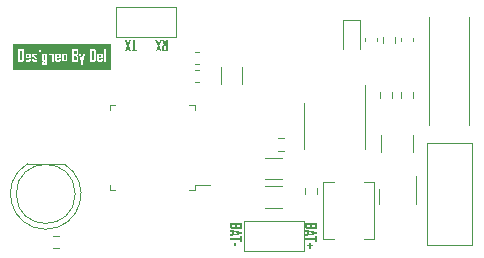
<source format=gbr>
%TF.GenerationSoftware,KiCad,Pcbnew,(7.0.0)*%
%TF.CreationDate,2023-07-18T11:01:11+08:00*%
%TF.ProjectId,Board_Car_V0_3,426f6172-645f-4436-9172-5f56305f332e,rev?*%
%TF.SameCoordinates,Original*%
%TF.FileFunction,Legend,Top*%
%TF.FilePolarity,Positive*%
%FSLAX46Y46*%
G04 Gerber Fmt 4.6, Leading zero omitted, Abs format (unit mm)*
G04 Created by KiCad (PCBNEW (7.0.0)) date 2023-07-18 11:01:11*
%MOMM*%
%LPD*%
G01*
G04 APERTURE LIST*
%ADD10C,0.200000*%
%ADD11C,0.180000*%
%ADD12C,0.120000*%
G04 APERTURE END LIST*
D10*
G36*
X45223307Y-100232386D02*
G01*
X45234049Y-100234218D01*
X45243547Y-100236660D01*
X45254916Y-100240080D01*
X45264670Y-100243285D01*
X45275475Y-100247041D01*
X45287333Y-100251345D01*
X45300242Y-100256200D01*
X45309433Y-100259741D01*
X45319091Y-100263527D01*
X45319091Y-100669947D01*
X45222127Y-100669947D01*
X45215797Y-100669742D01*
X45204364Y-100668101D01*
X45194563Y-100664819D01*
X45184610Y-100658409D01*
X45177209Y-100649435D01*
X45173125Y-100640409D01*
X45170675Y-100629742D01*
X45169859Y-100617435D01*
X45169859Y-100282822D01*
X45169908Y-100279712D01*
X45171099Y-100268257D01*
X45173877Y-100258382D01*
X45179582Y-100248261D01*
X45187768Y-100240608D01*
X45198435Y-100235424D01*
X45208754Y-100233054D01*
X45220661Y-100232264D01*
X45223307Y-100232386D01*
G37*
G36*
X50016614Y-100387114D02*
G01*
X49869091Y-100387114D01*
X49869091Y-100232264D01*
X50016614Y-100232264D01*
X50016614Y-100387114D01*
G37*
G36*
X49361950Y-99873075D02*
G01*
X49372602Y-99874086D01*
X49387203Y-99876864D01*
X49400151Y-99881158D01*
X49411446Y-99886968D01*
X49421088Y-99894293D01*
X49429078Y-99903134D01*
X49435414Y-99913490D01*
X49440097Y-99925362D01*
X49443128Y-99938749D01*
X49444230Y-99948516D01*
X49444597Y-99958956D01*
X49444597Y-100551001D01*
X49444501Y-100556395D01*
X49443734Y-100566671D01*
X49441145Y-100580799D01*
X49436830Y-100593387D01*
X49430789Y-100604433D01*
X49423023Y-100613938D01*
X49413530Y-100621901D01*
X49402312Y-100628323D01*
X49389367Y-100633204D01*
X49379779Y-100635601D01*
X49369423Y-100637314D01*
X49358301Y-100638342D01*
X49346411Y-100638684D01*
X49231129Y-100638684D01*
X49231129Y-99872739D01*
X49350563Y-99872739D01*
X49361950Y-99873075D01*
G37*
G36*
X47953250Y-100371482D02*
G01*
X47953250Y-100638684D01*
X47748086Y-100638684D01*
X47748086Y-100326053D01*
X47874360Y-100326053D01*
X47953250Y-100371482D01*
G37*
G36*
X47949342Y-100117958D02*
G01*
X47871673Y-100169738D01*
X47748086Y-100169738D01*
X47748086Y-99872739D01*
X47949342Y-99872739D01*
X47949342Y-100117958D01*
G37*
G36*
X47022929Y-100626960D02*
G01*
X47012236Y-100632166D01*
X47002138Y-100637035D01*
X46992635Y-100641569D01*
X46979498Y-100647740D01*
X46967700Y-100653155D01*
X46957241Y-100657815D01*
X46945380Y-100662853D01*
X46933903Y-100667260D01*
X46923278Y-100669947D01*
X46920228Y-100669897D01*
X46908994Y-100668701D01*
X46899310Y-100665909D01*
X46889384Y-100660176D01*
X46881879Y-100651951D01*
X46876795Y-100641233D01*
X46874471Y-100630864D01*
X46873697Y-100618900D01*
X46873697Y-100284776D01*
X46873901Y-100278417D01*
X46875534Y-100266930D01*
X46878801Y-100257084D01*
X46885181Y-100247084D01*
X46894114Y-100239649D01*
X46903097Y-100235546D01*
X46913714Y-100233084D01*
X46925965Y-100232264D01*
X47022929Y-100232264D01*
X47022929Y-100626960D01*
G37*
G36*
X46457507Y-100387114D02*
G01*
X46309984Y-100387114D01*
X46309984Y-100232264D01*
X46457507Y-100232264D01*
X46457507Y-100387114D01*
G37*
G36*
X43936921Y-100387114D02*
G01*
X43789398Y-100387114D01*
X43789398Y-100232264D01*
X43936921Y-100232264D01*
X43936921Y-100387114D01*
G37*
G36*
X43282257Y-99873075D02*
G01*
X43292910Y-99874086D01*
X43307510Y-99876864D01*
X43320458Y-99881158D01*
X43331753Y-99886968D01*
X43341396Y-99894293D01*
X43349385Y-99903134D01*
X43355721Y-99913490D01*
X43360404Y-99925362D01*
X43363435Y-99938749D01*
X43364537Y-99948516D01*
X43364904Y-99958956D01*
X43364904Y-100551001D01*
X43364808Y-100556395D01*
X43364041Y-100566671D01*
X43361452Y-100580799D01*
X43357137Y-100593387D01*
X43351097Y-100604433D01*
X43343330Y-100613938D01*
X43333837Y-100621901D01*
X43322619Y-100628323D01*
X43309674Y-100633204D01*
X43300086Y-100635601D01*
X43289731Y-100637314D01*
X43278608Y-100638342D01*
X43266718Y-100638684D01*
X43151436Y-100638684D01*
X43151436Y-99872739D01*
X43270870Y-99872739D01*
X43282257Y-99873075D01*
G37*
G36*
X50879813Y-101487961D02*
G01*
X42547623Y-101487961D01*
X42547623Y-99716423D01*
X42990480Y-99716423D01*
X42990480Y-99872739D01*
X42990480Y-100795000D01*
X43318254Y-100795000D01*
X43330037Y-100794789D01*
X43341514Y-100794156D01*
X43352683Y-100793102D01*
X43363545Y-100791626D01*
X43374100Y-100789728D01*
X43384348Y-100787409D01*
X43394288Y-100784668D01*
X43403922Y-100781505D01*
X43413248Y-100777921D01*
X43422267Y-100773914D01*
X43435219Y-100767115D01*
X43447480Y-100759366D01*
X43459050Y-100750668D01*
X43469928Y-100741022D01*
X43480011Y-100730497D01*
X43489102Y-100719255D01*
X43495534Y-100709759D01*
X43638944Y-100709759D01*
X43639031Y-100715003D01*
X43640326Y-100729737D01*
X43643175Y-100742973D01*
X43647579Y-100754710D01*
X43653536Y-100764949D01*
X43661048Y-100773689D01*
X43670114Y-100780931D01*
X43680735Y-100786675D01*
X43692909Y-100790921D01*
X43706638Y-100793668D01*
X43716654Y-100794667D01*
X43727360Y-100795000D01*
X43998714Y-100795000D01*
X44004169Y-100794916D01*
X44014559Y-100794250D01*
X44028845Y-100792003D01*
X44041572Y-100788257D01*
X44052741Y-100783013D01*
X44062352Y-100776270D01*
X44070404Y-100768029D01*
X44076898Y-100758289D01*
X44081833Y-100747052D01*
X44085210Y-100734315D01*
X44087028Y-100720081D01*
X44087374Y-100709759D01*
X44195818Y-100709759D01*
X44195903Y-100715003D01*
X44197184Y-100729737D01*
X44200002Y-100742973D01*
X44204357Y-100754710D01*
X44210249Y-100764949D01*
X44217678Y-100773689D01*
X44226644Y-100780931D01*
X44237147Y-100786675D01*
X44249187Y-100790921D01*
X44262764Y-100793668D01*
X44272669Y-100794667D01*
X44283257Y-100795000D01*
X44547528Y-100795000D01*
X44552907Y-100794916D01*
X44563154Y-100794250D01*
X44577243Y-100792003D01*
X44589796Y-100788257D01*
X44600811Y-100783013D01*
X44610289Y-100776270D01*
X44618230Y-100768029D01*
X44624635Y-100758289D01*
X44629502Y-100747052D01*
X44632832Y-100734315D01*
X44634625Y-100720081D01*
X44634967Y-100709759D01*
X44634967Y-100538789D01*
X44634920Y-100535681D01*
X44633792Y-100523685D01*
X44631161Y-100512383D01*
X44627026Y-100501775D01*
X44621387Y-100491862D01*
X44614245Y-100482644D01*
X44605599Y-100474120D01*
X44595450Y-100466291D01*
X44586851Y-100460875D01*
X44346272Y-100318237D01*
X44346272Y-100232264D01*
X44484513Y-100232264D01*
X44484513Y-100326053D01*
X44633501Y-100326053D01*
X44633501Y-100192452D01*
X44633416Y-100187208D01*
X44632139Y-100172474D01*
X44629329Y-100159238D01*
X44624986Y-100147501D01*
X44619111Y-100137262D01*
X44611703Y-100128522D01*
X44602762Y-100121280D01*
X44592288Y-100115536D01*
X44580282Y-100111291D01*
X44566743Y-100108544D01*
X44556865Y-100107545D01*
X44546307Y-100107212D01*
X44746097Y-100107212D01*
X44746097Y-100795000D01*
X44900459Y-100795000D01*
X44900459Y-100656514D01*
X45014032Y-100656514D01*
X45014183Y-100664496D01*
X45014980Y-100676060D01*
X45016459Y-100687136D01*
X45018620Y-100697722D01*
X45021465Y-100707818D01*
X45024992Y-100717425D01*
X45029201Y-100726543D01*
X45034094Y-100735171D01*
X45039669Y-100743310D01*
X45045926Y-100750959D01*
X45052866Y-100758119D01*
X45057826Y-100762585D01*
X45065664Y-100768744D01*
X45073978Y-100774254D01*
X45082769Y-100779116D01*
X45092036Y-100783330D01*
X45101779Y-100786896D01*
X45112000Y-100789813D01*
X45122697Y-100792082D01*
X45133870Y-100793703D01*
X45145520Y-100794675D01*
X45157646Y-100795000D01*
X45319091Y-100795000D01*
X45319091Y-100920052D01*
X45176942Y-100920052D01*
X45176942Y-100857526D01*
X45025023Y-100857526D01*
X45025023Y-100959863D01*
X45025109Y-100965108D01*
X45026408Y-100979842D01*
X45029265Y-100993077D01*
X45033681Y-101004815D01*
X45039655Y-101015053D01*
X45047188Y-101023794D01*
X45056279Y-101031036D01*
X45066928Y-101036780D01*
X45079136Y-101041025D01*
X45092903Y-101043772D01*
X45102946Y-101044771D01*
X45113683Y-101045104D01*
X45386990Y-101045104D01*
X45392445Y-101045021D01*
X45402835Y-101044355D01*
X45417121Y-101042107D01*
X45429849Y-101038361D01*
X45441018Y-101033117D01*
X45450628Y-101026375D01*
X45458680Y-101018133D01*
X45465174Y-101008394D01*
X45470109Y-100997156D01*
X45473486Y-100984420D01*
X45475304Y-100970186D01*
X45475651Y-100959863D01*
X45475651Y-100107212D01*
X45587025Y-100107212D01*
X45587025Y-100795000D01*
X45744318Y-100795000D01*
X45744318Y-100271343D01*
X45891840Y-100232264D01*
X45891840Y-100795000D01*
X46049866Y-100795000D01*
X46049866Y-100709759D01*
X46159531Y-100709759D01*
X46159617Y-100715003D01*
X46160912Y-100729737D01*
X46163761Y-100742973D01*
X46168165Y-100754710D01*
X46174123Y-100764949D01*
X46181635Y-100773689D01*
X46190701Y-100780931D01*
X46201321Y-100786675D01*
X46213495Y-100790921D01*
X46227224Y-100793668D01*
X46237240Y-100794667D01*
X46247946Y-100795000D01*
X46519300Y-100795000D01*
X46524755Y-100794916D01*
X46535145Y-100794250D01*
X46549431Y-100792003D01*
X46562158Y-100788257D01*
X46573328Y-100783013D01*
X46582938Y-100776270D01*
X46590990Y-100768029D01*
X46597484Y-100758289D01*
X46602419Y-100747052D01*
X46605796Y-100734315D01*
X46607614Y-100720081D01*
X46607960Y-100709759D01*
X46607960Y-100669947D01*
X46717870Y-100669947D01*
X46718001Y-100677088D01*
X46718693Y-100687446D01*
X46719976Y-100697379D01*
X46722610Y-100709961D01*
X46726296Y-100721788D01*
X46731036Y-100732859D01*
X46736829Y-100743174D01*
X46743675Y-100752734D01*
X46751575Y-100761538D01*
X46758118Y-100767518D01*
X46767537Y-100774576D01*
X46777749Y-100780589D01*
X46788755Y-100785556D01*
X46800555Y-100789477D01*
X46813149Y-100792353D01*
X46823115Y-100793823D01*
X46833528Y-100794705D01*
X46844387Y-100795000D01*
X46851398Y-100794328D01*
X46862782Y-100792313D01*
X46874190Y-100789920D01*
X46888058Y-100786772D01*
X46898670Y-100784253D01*
X46910376Y-100781398D01*
X46923175Y-100778208D01*
X46937067Y-100774682D01*
X46952053Y-100770819D01*
X46968132Y-100766622D01*
X46985304Y-100762088D01*
X47003570Y-100757218D01*
X47013113Y-100754657D01*
X47022929Y-100752013D01*
X47022929Y-100795000D01*
X47179489Y-100795000D01*
X47179489Y-99716423D01*
X47587130Y-99716423D01*
X47587130Y-99872739D01*
X47587130Y-100326053D01*
X47587130Y-100795000D01*
X48016509Y-100795000D01*
X48028399Y-100794667D01*
X48039521Y-100793668D01*
X48049877Y-100792003D01*
X48063972Y-100788257D01*
X48076341Y-100783013D01*
X48086984Y-100776270D01*
X48095901Y-100768029D01*
X48103093Y-100758289D01*
X48108558Y-100747052D01*
X48112297Y-100734315D01*
X48114311Y-100720081D01*
X48114695Y-100709759D01*
X48114695Y-100411050D01*
X48114550Y-100403158D01*
X48113788Y-100391720D01*
X48112374Y-100380764D01*
X48110308Y-100370288D01*
X48107589Y-100360293D01*
X48104217Y-100350779D01*
X48100193Y-100341746D01*
X48093812Y-100330450D01*
X48086271Y-100320008D01*
X48077570Y-100310422D01*
X48073116Y-100306512D01*
X48065259Y-100300499D01*
X48056260Y-100293885D01*
X48047928Y-100287873D01*
X48038240Y-100280959D01*
X48027195Y-100273144D01*
X48019077Y-100267433D01*
X48010357Y-100261321D01*
X48001034Y-100254809D01*
X47991108Y-100247896D01*
X47995981Y-100244510D01*
X48005291Y-100238034D01*
X48014019Y-100231951D01*
X48026019Y-100223563D01*
X48036710Y-100216060D01*
X48046092Y-100209441D01*
X48056564Y-100201991D01*
X48066380Y-100194891D01*
X48074883Y-100188300D01*
X48077002Y-100186151D01*
X48084804Y-100177005D01*
X48091530Y-100166982D01*
X48097180Y-100156080D01*
X48101754Y-100144301D01*
X48104478Y-100134891D01*
X48106597Y-100124987D01*
X48108110Y-100114589D01*
X48108726Y-100107212D01*
X48194562Y-100107212D01*
X48370417Y-100795000D01*
X48298365Y-101045104D01*
X48459077Y-101045104D01*
X48525755Y-100791580D01*
X48699412Y-100107212D01*
X48538700Y-100107212D01*
X48447353Y-100576158D01*
X48356006Y-100107212D01*
X48194562Y-100107212D01*
X48108726Y-100107212D01*
X48109019Y-100103698D01*
X48109321Y-100092313D01*
X48109321Y-99801664D01*
X48108948Y-99791342D01*
X48106990Y-99777107D01*
X48103353Y-99764371D01*
X48098037Y-99753133D01*
X48091042Y-99743394D01*
X48082369Y-99735153D01*
X48072017Y-99728410D01*
X48059986Y-99723166D01*
X48046277Y-99719420D01*
X48036205Y-99717755D01*
X48025387Y-99716756D01*
X48013822Y-99716423D01*
X49070173Y-99716423D01*
X49070173Y-99872739D01*
X49070173Y-100795000D01*
X49397946Y-100795000D01*
X49409730Y-100794789D01*
X49421207Y-100794156D01*
X49432376Y-100793102D01*
X49443238Y-100791626D01*
X49453793Y-100789728D01*
X49464041Y-100787409D01*
X49473981Y-100784668D01*
X49483615Y-100781505D01*
X49492941Y-100777921D01*
X49501960Y-100773914D01*
X49514912Y-100767115D01*
X49527173Y-100759366D01*
X49538743Y-100750668D01*
X49549621Y-100741022D01*
X49559704Y-100730497D01*
X49568795Y-100719255D01*
X49575227Y-100709759D01*
X49718637Y-100709759D01*
X49718724Y-100715003D01*
X49720019Y-100729737D01*
X49722868Y-100742973D01*
X49727272Y-100754710D01*
X49733229Y-100764949D01*
X49740741Y-100773689D01*
X49749807Y-100780931D01*
X49760428Y-100786675D01*
X49772602Y-100790921D01*
X49786331Y-100793668D01*
X49796347Y-100794667D01*
X49807053Y-100795000D01*
X50078407Y-100795000D01*
X50083862Y-100794916D01*
X50094252Y-100794250D01*
X50108538Y-100792003D01*
X50121265Y-100788257D01*
X50132434Y-100783013D01*
X50142045Y-100776270D01*
X50150097Y-100768029D01*
X50156591Y-100758289D01*
X50161526Y-100747052D01*
X50164903Y-100734315D01*
X50166721Y-100720081D01*
X50167067Y-100709759D01*
X50167067Y-100560526D01*
X50016614Y-100560526D01*
X50016614Y-100669947D01*
X49869091Y-100669947D01*
X49869091Y-100482369D01*
X50123836Y-100482369D01*
X50167067Y-100438893D01*
X50167067Y-100192452D01*
X50166981Y-100187208D01*
X50165682Y-100172474D01*
X50162825Y-100159238D01*
X50158409Y-100147501D01*
X50152435Y-100137262D01*
X50144902Y-100128522D01*
X50135811Y-100121280D01*
X50125161Y-100115536D01*
X50112953Y-100111291D01*
X50099187Y-100108544D01*
X50089143Y-100107545D01*
X50078407Y-100107212D01*
X49807053Y-100107212D01*
X49801614Y-100107295D01*
X49791252Y-100107961D01*
X49777006Y-100110208D01*
X49764313Y-100113954D01*
X49753175Y-100119199D01*
X49743591Y-100125941D01*
X49735561Y-100134182D01*
X49729085Y-100143922D01*
X49724163Y-100155160D01*
X49720796Y-100167896D01*
X49718983Y-100182130D01*
X49718637Y-100192452D01*
X49718637Y-100232264D01*
X49718637Y-100709759D01*
X49575227Y-100709759D01*
X49576895Y-100707296D01*
X49584002Y-100694620D01*
X49588190Y-100685770D01*
X49591936Y-100676603D01*
X49595242Y-100667116D01*
X49598107Y-100657311D01*
X49600532Y-100647188D01*
X49602515Y-100636745D01*
X49604058Y-100625984D01*
X49605160Y-100614905D01*
X49605821Y-100603506D01*
X49606041Y-100591789D01*
X49606041Y-99919633D01*
X49605986Y-99913765D01*
X49605545Y-99902264D01*
X49604664Y-99891079D01*
X49603342Y-99880208D01*
X49601578Y-99869652D01*
X49599375Y-99859411D01*
X49596730Y-99849485D01*
X49593644Y-99839874D01*
X49590118Y-99830577D01*
X49584002Y-99817223D01*
X49576895Y-99804577D01*
X49568795Y-99792639D01*
X49559704Y-99781410D01*
X49549621Y-99770889D01*
X49546072Y-99767538D01*
X49534963Y-99758124D01*
X49523163Y-99749667D01*
X49510671Y-99742167D01*
X49501960Y-99737699D01*
X49492941Y-99733657D01*
X49483615Y-99730040D01*
X49473981Y-99726848D01*
X49464041Y-99724082D01*
X49453793Y-99721742D01*
X49443238Y-99719827D01*
X49432376Y-99718338D01*
X49421207Y-99717274D01*
X49409730Y-99716636D01*
X49397946Y-99716423D01*
X50282594Y-99716423D01*
X50282594Y-100795000D01*
X50436956Y-100795000D01*
X50436956Y-99716423D01*
X50282594Y-99716423D01*
X49397946Y-99716423D01*
X49070173Y-99716423D01*
X48013822Y-99716423D01*
X47587130Y-99716423D01*
X47179489Y-99716423D01*
X47022929Y-99716423D01*
X47022929Y-100107212D01*
X47012260Y-100107212D01*
X47001558Y-100107212D01*
X46990710Y-100107212D01*
X46980489Y-100107212D01*
X46969196Y-100107212D01*
X46964563Y-100107212D01*
X46953581Y-100107212D01*
X46943459Y-100107212D01*
X46932445Y-100107212D01*
X46922667Y-100107212D01*
X46911554Y-100107212D01*
X46906027Y-100107226D01*
X46895236Y-100107343D01*
X46884798Y-100107575D01*
X46874714Y-100107925D01*
X46860249Y-100108667D01*
X46846578Y-100109671D01*
X46833702Y-100110936D01*
X46821620Y-100112464D01*
X46810332Y-100114254D01*
X46799838Y-100116305D01*
X46790139Y-100118619D01*
X46778442Y-100122110D01*
X46771107Y-100124704D01*
X46760992Y-100129044D01*
X46751942Y-100133926D01*
X46741531Y-100141276D01*
X46733013Y-100149588D01*
X46726388Y-100158861D01*
X46721655Y-100169097D01*
X46718816Y-100180294D01*
X46717870Y-100192452D01*
X46717870Y-100618900D01*
X46717870Y-100669947D01*
X46607960Y-100669947D01*
X46607960Y-100560526D01*
X46457507Y-100560526D01*
X46457507Y-100669947D01*
X46309984Y-100669947D01*
X46309984Y-100482369D01*
X46564729Y-100482369D01*
X46607960Y-100438893D01*
X46607960Y-100192452D01*
X46607874Y-100187208D01*
X46606575Y-100172474D01*
X46603718Y-100159238D01*
X46599302Y-100147501D01*
X46593328Y-100137262D01*
X46585795Y-100128522D01*
X46576704Y-100121280D01*
X46566055Y-100115536D01*
X46553847Y-100111291D01*
X46540080Y-100108544D01*
X46530036Y-100107545D01*
X46519300Y-100107212D01*
X46247946Y-100107212D01*
X46242507Y-100107295D01*
X46232146Y-100107961D01*
X46217899Y-100110208D01*
X46205206Y-100113954D01*
X46194068Y-100119199D01*
X46184484Y-100125941D01*
X46176454Y-100134182D01*
X46169978Y-100143922D01*
X46165057Y-100155160D01*
X46161689Y-100167896D01*
X46159876Y-100182130D01*
X46159531Y-100192452D01*
X46159531Y-100232264D01*
X46159531Y-100709759D01*
X46049866Y-100709759D01*
X46049866Y-100192452D01*
X46049782Y-100187208D01*
X46049112Y-100177219D01*
X46046852Y-100163484D01*
X46043084Y-100151247D01*
X46037810Y-100140509D01*
X46031029Y-100131269D01*
X46022740Y-100123527D01*
X46012945Y-100117284D01*
X46001643Y-100112539D01*
X45988834Y-100109293D01*
X45974518Y-100107545D01*
X45964136Y-100107212D01*
X45955818Y-100107345D01*
X45944066Y-100107936D01*
X45931558Y-100109001D01*
X45921681Y-100110110D01*
X45911379Y-100111485D01*
X45900652Y-100113127D01*
X45889500Y-100115035D01*
X45877923Y-100117208D01*
X45865921Y-100119648D01*
X45853494Y-100122355D01*
X45846714Y-100123793D01*
X45836532Y-100125966D01*
X45826338Y-100128155D01*
X45816130Y-100130362D01*
X45805910Y-100132586D01*
X45795677Y-100134827D01*
X45785431Y-100137086D01*
X45775172Y-100139361D01*
X45764900Y-100141654D01*
X45754615Y-100143964D01*
X45744318Y-100146290D01*
X45744318Y-100107212D01*
X45587025Y-100107212D01*
X45475651Y-100107212D01*
X45319091Y-100107212D01*
X45319091Y-100138475D01*
X45300934Y-100134689D01*
X45283710Y-100131147D01*
X45267419Y-100127850D01*
X45252062Y-100124797D01*
X45237637Y-100121988D01*
X45224145Y-100119424D01*
X45211587Y-100117103D01*
X45199961Y-100115027D01*
X45189269Y-100113196D01*
X45174980Y-100110906D01*
X45162791Y-100109166D01*
X45152701Y-100107975D01*
X45140549Y-100107212D01*
X45133260Y-100107345D01*
X45122699Y-100108046D01*
X45112584Y-100109349D01*
X45099791Y-100112020D01*
X45087793Y-100115760D01*
X45076588Y-100120569D01*
X45066177Y-100126446D01*
X45056560Y-100133391D01*
X45047737Y-100141406D01*
X45039837Y-100150290D01*
X45032991Y-100159968D01*
X45027198Y-100170440D01*
X45022458Y-100181706D01*
X45018771Y-100193765D01*
X45016698Y-100203331D01*
X45015217Y-100213343D01*
X45014328Y-100223801D01*
X45014032Y-100234706D01*
X45014032Y-100617435D01*
X45014032Y-100656514D01*
X44900459Y-100656514D01*
X44900459Y-100107212D01*
X44746097Y-100107212D01*
X44546307Y-100107212D01*
X44284478Y-100107212D01*
X44279024Y-100107295D01*
X44268634Y-100107961D01*
X44254348Y-100110208D01*
X44241620Y-100113954D01*
X44230451Y-100119199D01*
X44220840Y-100125941D01*
X44212788Y-100134182D01*
X44206295Y-100143922D01*
X44201359Y-100155160D01*
X44197983Y-100167896D01*
X44196164Y-100182130D01*
X44195818Y-100192452D01*
X44195818Y-100347791D01*
X44195864Y-100350779D01*
X44196975Y-100362344D01*
X44199566Y-100373291D01*
X44203638Y-100383620D01*
X44209191Y-100393330D01*
X44216224Y-100402423D01*
X44224738Y-100410897D01*
X44234733Y-100418753D01*
X44243201Y-100424239D01*
X44484513Y-100568342D01*
X44484513Y-100669947D01*
X44346272Y-100669947D01*
X44346272Y-100560526D01*
X44195818Y-100560526D01*
X44195818Y-100709759D01*
X44087374Y-100709759D01*
X44087374Y-100560526D01*
X43936921Y-100560526D01*
X43936921Y-100669947D01*
X43789398Y-100669947D01*
X43789398Y-100482369D01*
X44044143Y-100482369D01*
X44087374Y-100438893D01*
X44087374Y-100192452D01*
X44087288Y-100187208D01*
X44085989Y-100172474D01*
X44083132Y-100159238D01*
X44078716Y-100147501D01*
X44072742Y-100137262D01*
X44065209Y-100128522D01*
X44056118Y-100121280D01*
X44045468Y-100115536D01*
X44033260Y-100111291D01*
X44019494Y-100108544D01*
X44009450Y-100107545D01*
X43998714Y-100107212D01*
X43727360Y-100107212D01*
X43721921Y-100107295D01*
X43711559Y-100107961D01*
X43697313Y-100110208D01*
X43684620Y-100113954D01*
X43673482Y-100119199D01*
X43663898Y-100125941D01*
X43655868Y-100134182D01*
X43649392Y-100143922D01*
X43644470Y-100155160D01*
X43641103Y-100167896D01*
X43639290Y-100182130D01*
X43638944Y-100192452D01*
X43638944Y-100232264D01*
X43638944Y-100709759D01*
X43495534Y-100709759D01*
X43497202Y-100707296D01*
X43504309Y-100694620D01*
X43508497Y-100685770D01*
X43512243Y-100676603D01*
X43515549Y-100667116D01*
X43518414Y-100657311D01*
X43520839Y-100647188D01*
X43522822Y-100636745D01*
X43524365Y-100625984D01*
X43525467Y-100614905D01*
X43526128Y-100603506D01*
X43526348Y-100591789D01*
X43526348Y-99919633D01*
X43526293Y-99913765D01*
X43525853Y-99902264D01*
X43524971Y-99891079D01*
X43523649Y-99880208D01*
X43521886Y-99869652D01*
X43519682Y-99859411D01*
X43517037Y-99849485D01*
X43514465Y-99841475D01*
X44744632Y-99841475D01*
X44744632Y-100013422D01*
X44901924Y-100013422D01*
X44901924Y-99841475D01*
X44744632Y-99841475D01*
X43514465Y-99841475D01*
X43513951Y-99839874D01*
X43510425Y-99830577D01*
X43504309Y-99817223D01*
X43497202Y-99804577D01*
X43489102Y-99792639D01*
X43480011Y-99781410D01*
X43469928Y-99770889D01*
X43466379Y-99767538D01*
X43455270Y-99758124D01*
X43443470Y-99749667D01*
X43430978Y-99742167D01*
X43422267Y-99737699D01*
X43413248Y-99733657D01*
X43403922Y-99730040D01*
X43394288Y-99726848D01*
X43384348Y-99724082D01*
X43374100Y-99721742D01*
X43363545Y-99719827D01*
X43352683Y-99718338D01*
X43341514Y-99717274D01*
X43330037Y-99716636D01*
X43318254Y-99716423D01*
X42990480Y-99716423D01*
X42547623Y-99716423D01*
X42547623Y-99273566D01*
X50879813Y-99273566D01*
X50879813Y-101487961D01*
G37*
D11*
G36*
X55199716Y-98959000D02*
G01*
X55350512Y-98959000D01*
X55510100Y-99406770D01*
X55510100Y-99417030D01*
X55510100Y-99425848D01*
X55510100Y-99437380D01*
X55510100Y-99447810D01*
X55510100Y-99459766D01*
X55510100Y-99468584D01*
X55510100Y-99478081D01*
X55510100Y-99488256D01*
X55510100Y-99493598D01*
X55367877Y-99493598D01*
X55367877Y-99789034D01*
X55550107Y-99789034D01*
X55550107Y-98959000D01*
X55694967Y-98959000D01*
X55694967Y-99929718D01*
X55310944Y-99929718D01*
X55300377Y-99929419D01*
X55290491Y-99928520D01*
X55281287Y-99927021D01*
X55268759Y-99923650D01*
X55257765Y-99918930D01*
X55248306Y-99912862D01*
X55240380Y-99905445D01*
X55233988Y-99896679D01*
X55229131Y-99886565D01*
X55225807Y-99875103D01*
X55224017Y-99862292D01*
X55223676Y-99853002D01*
X55223676Y-99485905D01*
X55224040Y-99476263D01*
X55225129Y-99467285D01*
X55227712Y-99456349D01*
X55231586Y-99446595D01*
X55236752Y-99438022D01*
X55243209Y-99430631D01*
X55250958Y-99424421D01*
X55259998Y-99419392D01*
X55265002Y-99417321D01*
X55275141Y-99414557D01*
X55283824Y-99413032D01*
X55294046Y-99411761D01*
X55305806Y-99410745D01*
X55315636Y-99410149D01*
X55326332Y-99409696D01*
X55337893Y-99409386D01*
X55350319Y-99409220D01*
X55359085Y-99409188D01*
X55199716Y-98959000D01*
G37*
G36*
X54632364Y-98959000D02*
G01*
X54788655Y-98959000D01*
X54895048Y-99300817D01*
X55002099Y-98959000D01*
X55155972Y-98959000D01*
X55155972Y-98964055D01*
X54975501Y-99455789D01*
X54985955Y-99484801D01*
X54996075Y-99512896D01*
X55005862Y-99540075D01*
X55015316Y-99566338D01*
X55024437Y-99591684D01*
X55033224Y-99616114D01*
X55041679Y-99639629D01*
X55049800Y-99662227D01*
X55057588Y-99683908D01*
X55065043Y-99704674D01*
X55072165Y-99724523D01*
X55078953Y-99743456D01*
X55085409Y-99761473D01*
X55091531Y-99778574D01*
X55097320Y-99794759D01*
X55102776Y-99810027D01*
X55107899Y-99824379D01*
X55112689Y-99837815D01*
X55117145Y-99850335D01*
X55121268Y-99861939D01*
X55125059Y-99872626D01*
X55128516Y-99882397D01*
X55131639Y-99891252D01*
X55136888Y-99906214D01*
X55140803Y-99917510D01*
X55144178Y-99927584D01*
X55144762Y-99929718D01*
X54990229Y-99929718D01*
X54893949Y-99613399D01*
X54796789Y-99929718D01*
X54643355Y-99929718D01*
X54643355Y-99924223D01*
X54812836Y-99459526D01*
X54632364Y-98959000D01*
G37*
G36*
X52607454Y-99789034D02*
G01*
X52767043Y-99789034D01*
X52767043Y-98959000D01*
X52911024Y-98959000D01*
X52911024Y-99789034D01*
X53070612Y-99789034D01*
X53070612Y-99929718D01*
X52607454Y-99929718D01*
X52607454Y-99789034D01*
G37*
G36*
X52054171Y-98959000D02*
G01*
X52210462Y-98959000D01*
X52316854Y-99300817D01*
X52423906Y-98959000D01*
X52577779Y-98959000D01*
X52577779Y-98964055D01*
X52397308Y-99455789D01*
X52407761Y-99484801D01*
X52417882Y-99512896D01*
X52427669Y-99540075D01*
X52437123Y-99566338D01*
X52446243Y-99591684D01*
X52455031Y-99616114D01*
X52463485Y-99639629D01*
X52471607Y-99662227D01*
X52479395Y-99683908D01*
X52486850Y-99704674D01*
X52493971Y-99724523D01*
X52500760Y-99743456D01*
X52507216Y-99761473D01*
X52513338Y-99778574D01*
X52519127Y-99794759D01*
X52524583Y-99810027D01*
X52529706Y-99824379D01*
X52534495Y-99837815D01*
X52538952Y-99850335D01*
X52543075Y-99861939D01*
X52546865Y-99872626D01*
X52550322Y-99882397D01*
X52553446Y-99891252D01*
X52558694Y-99906214D01*
X52562610Y-99917510D01*
X52565984Y-99927584D01*
X52566568Y-99929718D01*
X52412036Y-99929718D01*
X52315755Y-99613399D01*
X52218595Y-99929718D01*
X52065162Y-99929718D01*
X52065162Y-99924223D01*
X52234642Y-99459526D01*
X52054171Y-98959000D01*
G37*
G36*
X61956718Y-114869055D02*
G01*
X61956419Y-114879463D01*
X61955520Y-114889199D01*
X61954021Y-114898264D01*
X61950650Y-114910602D01*
X61945930Y-114921430D01*
X61939862Y-114930747D01*
X61932445Y-114938553D01*
X61923679Y-114944848D01*
X61913565Y-114949632D01*
X61902103Y-114952905D01*
X61889292Y-114954668D01*
X61880002Y-114955004D01*
X61618418Y-114955004D01*
X61608171Y-114954731D01*
X61598369Y-114953914D01*
X61589011Y-114952552D01*
X61580097Y-114950645D01*
X61571628Y-114948193D01*
X61561027Y-114944077D01*
X61551215Y-114938992D01*
X61542194Y-114932938D01*
X61533963Y-114925916D01*
X61532029Y-114924009D01*
X61526098Y-114916357D01*
X61519707Y-114907522D01*
X61513002Y-114898097D01*
X61507045Y-114889654D01*
X61500293Y-114880032D01*
X61492744Y-114869231D01*
X61487269Y-114861376D01*
X61481440Y-114852997D01*
X61478393Y-114848612D01*
X61472171Y-114857545D01*
X61466310Y-114865936D01*
X61460809Y-114873784D01*
X61455669Y-114881090D01*
X61448636Y-114891030D01*
X61442413Y-114899750D01*
X61437002Y-114907249D01*
X61431050Y-114915348D01*
X61425638Y-114922419D01*
X61422120Y-114926427D01*
X61413492Y-114934258D01*
X61404094Y-114941045D01*
X61393928Y-114946788D01*
X61385798Y-114950410D01*
X61377235Y-114953444D01*
X61368240Y-114955892D01*
X61358812Y-114957751D01*
X61348951Y-114959024D01*
X61338657Y-114959709D01*
X61331554Y-114959840D01*
X61062716Y-114959840D01*
X61053426Y-114959495D01*
X61040615Y-114957682D01*
X61029153Y-114954317D01*
X61019039Y-114949398D01*
X61010273Y-114942926D01*
X61002856Y-114934900D01*
X60996788Y-114925321D01*
X60992068Y-114914189D01*
X60988697Y-114901504D01*
X60987198Y-114892184D01*
X60986299Y-114882173D01*
X60986000Y-114871473D01*
X60986000Y-114629892D01*
X61126683Y-114629892D01*
X61126683Y-114814540D01*
X61367165Y-114814540D01*
X61408051Y-114743538D01*
X61408051Y-114629892D01*
X61548735Y-114629892D01*
X61548735Y-114741120D01*
X61595337Y-114811023D01*
X61816034Y-114811023D01*
X61816034Y-114629892D01*
X61548735Y-114629892D01*
X61408051Y-114629892D01*
X61126683Y-114629892D01*
X60986000Y-114629892D01*
X60986000Y-114485032D01*
X61956718Y-114485032D01*
X61956718Y-114869055D01*
G37*
G36*
X61956718Y-115222743D02*
G01*
X61956718Y-115374857D01*
X60986000Y-115561043D01*
X60986000Y-115417502D01*
X61154820Y-115388486D01*
X61154820Y-115226480D01*
X61295504Y-115226480D01*
X61295504Y-115368043D01*
X61732284Y-115297701D01*
X61295504Y-115226480D01*
X61154820Y-115226480D01*
X61154820Y-115207355D01*
X60986000Y-115178339D01*
X60986000Y-115035457D01*
X60988418Y-115035457D01*
X61956718Y-115222743D01*
G37*
G36*
X61816034Y-116059152D02*
G01*
X61816034Y-115899564D01*
X60986000Y-115899564D01*
X60986000Y-115755583D01*
X61816034Y-115755583D01*
X61816034Y-115595995D01*
X61956718Y-115595995D01*
X61956718Y-116059152D01*
X61816034Y-116059152D01*
G37*
G36*
X61281436Y-116413939D02*
G01*
X61281436Y-116119163D01*
X61422120Y-116119163D01*
X61422120Y-116413939D01*
X61281436Y-116413939D01*
G37*
G36*
X68306718Y-114869055D02*
G01*
X68306419Y-114879463D01*
X68305520Y-114889199D01*
X68304021Y-114898264D01*
X68300650Y-114910602D01*
X68295930Y-114921430D01*
X68289862Y-114930747D01*
X68282445Y-114938553D01*
X68273679Y-114944848D01*
X68263565Y-114949632D01*
X68252103Y-114952905D01*
X68239292Y-114954668D01*
X68230002Y-114955004D01*
X67968418Y-114955004D01*
X67958171Y-114954731D01*
X67948369Y-114953914D01*
X67939011Y-114952552D01*
X67930097Y-114950645D01*
X67921628Y-114948193D01*
X67911027Y-114944077D01*
X67901215Y-114938992D01*
X67892194Y-114932938D01*
X67883963Y-114925916D01*
X67882029Y-114924009D01*
X67876098Y-114916357D01*
X67869707Y-114907522D01*
X67863002Y-114898097D01*
X67857045Y-114889654D01*
X67850293Y-114880032D01*
X67842744Y-114869231D01*
X67837269Y-114861376D01*
X67831440Y-114852997D01*
X67828393Y-114848612D01*
X67822171Y-114857545D01*
X67816310Y-114865936D01*
X67810809Y-114873784D01*
X67805669Y-114881090D01*
X67798636Y-114891030D01*
X67792413Y-114899750D01*
X67787002Y-114907249D01*
X67781050Y-114915348D01*
X67775638Y-114922419D01*
X67772120Y-114926427D01*
X67763492Y-114934258D01*
X67754094Y-114941045D01*
X67743928Y-114946788D01*
X67735798Y-114950410D01*
X67727235Y-114953444D01*
X67718240Y-114955892D01*
X67708812Y-114957751D01*
X67698951Y-114959024D01*
X67688657Y-114959709D01*
X67681554Y-114959840D01*
X67412716Y-114959840D01*
X67403426Y-114959495D01*
X67390615Y-114957682D01*
X67379153Y-114954317D01*
X67369039Y-114949398D01*
X67360273Y-114942926D01*
X67352856Y-114934900D01*
X67346788Y-114925321D01*
X67342068Y-114914189D01*
X67338697Y-114901504D01*
X67337198Y-114892184D01*
X67336299Y-114882173D01*
X67336000Y-114871473D01*
X67336000Y-114629892D01*
X67476683Y-114629892D01*
X67476683Y-114814540D01*
X67717165Y-114814540D01*
X67758051Y-114743538D01*
X67758051Y-114629892D01*
X67898735Y-114629892D01*
X67898735Y-114741120D01*
X67945337Y-114811023D01*
X68166034Y-114811023D01*
X68166034Y-114629892D01*
X67898735Y-114629892D01*
X67758051Y-114629892D01*
X67476683Y-114629892D01*
X67336000Y-114629892D01*
X67336000Y-114485032D01*
X68306718Y-114485032D01*
X68306718Y-114869055D01*
G37*
G36*
X68306718Y-115222743D02*
G01*
X68306718Y-115374857D01*
X67336000Y-115561043D01*
X67336000Y-115417502D01*
X67504820Y-115388486D01*
X67504820Y-115226480D01*
X67645504Y-115226480D01*
X67645504Y-115368043D01*
X68082284Y-115297701D01*
X67645504Y-115226480D01*
X67504820Y-115226480D01*
X67504820Y-115207355D01*
X67336000Y-115178339D01*
X67336000Y-115035457D01*
X67338418Y-115035457D01*
X68306718Y-115222743D01*
G37*
G36*
X68166034Y-116059152D02*
G01*
X68166034Y-115899564D01*
X67336000Y-115899564D01*
X67336000Y-115755583D01*
X68166034Y-115755583D01*
X68166034Y-115595995D01*
X68306718Y-115595995D01*
X68306718Y-116059152D01*
X68166034Y-116059152D01*
G37*
G36*
X67673641Y-116626724D02*
G01*
X67673641Y-116438120D01*
X67490752Y-116438120D01*
X67490752Y-116306448D01*
X67673641Y-116306448D01*
X67673641Y-116117844D01*
X67814325Y-116117844D01*
X67814325Y-116306448D01*
X67997214Y-116306448D01*
X67997214Y-116438120D01*
X67814325Y-116438120D01*
X67814325Y-116626724D01*
X67673641Y-116626724D01*
G37*
D12*
%TO.C,USB1*%
X81200000Y-97000000D02*
X81200000Y-106200000D01*
X77800000Y-97000000D02*
X77800000Y-106200000D01*
%TO.C,U5*%
X51196000Y-111687000D02*
X50746000Y-111687000D01*
X57966000Y-104467000D02*
X57966000Y-104917000D01*
X57966000Y-111687000D02*
X57966000Y-111237000D01*
X51196000Y-104467000D02*
X50746000Y-104467000D01*
X50746000Y-104467000D02*
X50746000Y-104917000D01*
X57516000Y-111687000D02*
X57966000Y-111687000D01*
X57516000Y-104467000D02*
X57966000Y-104467000D01*
X57966000Y-111237000D02*
X59256000Y-111237000D01*
X50746000Y-111687000D02*
X50746000Y-111237000D01*
%TO.C,U3*%
X72350000Y-106232000D02*
X72350000Y-108182000D01*
X72350000Y-106232000D02*
X72350000Y-102782000D01*
X67230000Y-106232000D02*
X67230000Y-104282000D01*
X67230000Y-106232000D02*
X67230000Y-108182000D01*
%TO.C,SW3*%
X77600000Y-116300000D02*
X81400000Y-116300000D01*
X81400000Y-116300000D02*
X81400000Y-107700000D01*
X81400000Y-107700000D02*
X77600000Y-107700000D01*
X77600000Y-107700000D02*
X77600000Y-116300000D01*
%TO.C,R13*%
X65532724Y-108345500D02*
X65023276Y-108345500D01*
X65532724Y-107300500D02*
X65023276Y-107300500D01*
%TO.C,R12*%
X67295500Y-111991224D02*
X67295500Y-111481776D01*
X68340500Y-111991224D02*
X68340500Y-111481776D01*
%TO.C,R11*%
X74944500Y-98678276D02*
X74944500Y-99187724D01*
X73899500Y-98678276D02*
X73899500Y-99187724D01*
%TO.C,R3*%
X76468500Y-103377276D02*
X76468500Y-103886724D01*
X75423500Y-103377276D02*
X75423500Y-103886724D01*
%TO.C,R2*%
X74690500Y-103377276D02*
X74690500Y-103886724D01*
X73645500Y-103377276D02*
X73645500Y-103886724D01*
%TO.C,R1*%
X45973276Y-115555500D02*
X46482724Y-115555500D01*
X45973276Y-116600500D02*
X46482724Y-116600500D01*
%TO.C,L1*%
X68834000Y-115824000D02*
X68834000Y-110998000D01*
X73152000Y-110998000D02*
X73152000Y-115824000D01*
X69723000Y-115824000D02*
X68834000Y-115824000D01*
X68834000Y-110998000D02*
X69723000Y-110998000D01*
X73152000Y-115824000D02*
X72263000Y-115824000D01*
X72263000Y-110998000D02*
X73152000Y-110998000D01*
%TO.C,J2*%
X51308000Y-96139000D02*
X56388000Y-96139000D01*
X56388000Y-96139000D02*
X56388000Y-98679000D01*
X56388000Y-98679000D02*
X51308000Y-98679000D01*
X51308000Y-98679000D02*
X51308000Y-96139000D01*
%TO.C,D3*%
X71982000Y-99733000D02*
X71982000Y-97273000D01*
X70512000Y-97273000D02*
X70512000Y-99733000D01*
X71982000Y-97273000D02*
X70512000Y-97273000D01*
%TO.C,D2*%
X47839000Y-111995000D02*
G75*
G03*
X47839000Y-111995000I-2500000J0D01*
G01*
X45338538Y-114984999D02*
G75*
G03*
X46883830Y-109435001I462J2989999D01*
G01*
X43794170Y-109435000D02*
G75*
G03*
X45339462Y-114985000I1544830J-2560000D01*
G01*
X46884000Y-109435000D02*
X43794000Y-109435000D01*
%TO.C,D1*%
X76683000Y-112189500D02*
X76683000Y-112839500D01*
X73563000Y-112189500D02*
X73563000Y-112839500D01*
X76683000Y-112189500D02*
X76683000Y-110514500D01*
X73563000Y-112189500D02*
X73563000Y-111539500D01*
%TO.C,C17*%
X65354252Y-110765000D02*
X63931748Y-110765000D01*
X65354252Y-108945000D02*
X63931748Y-108945000D01*
%TO.C,C14*%
X58019733Y-99947000D02*
X58312267Y-99947000D01*
X58019733Y-100967000D02*
X58312267Y-100967000D01*
%TO.C,C13*%
X61997000Y-101269748D02*
X61997000Y-102692252D01*
X60177000Y-101269748D02*
X60177000Y-102692252D01*
%TO.C,C12*%
X58019733Y-101471000D02*
X58312267Y-101471000D01*
X58019733Y-102491000D02*
X58312267Y-102491000D01*
%TO.C,C11*%
X65354252Y-113178000D02*
X63931748Y-113178000D01*
X65354252Y-111358000D02*
X63931748Y-111358000D01*
%TO.C,C7*%
X76456000Y-98786733D02*
X76456000Y-99079267D01*
X75436000Y-98786733D02*
X75436000Y-99079267D01*
%TO.C,C2*%
X72388000Y-99079267D02*
X72388000Y-98786733D01*
X73408000Y-99079267D02*
X73408000Y-98786733D01*
%TO.C,C1*%
X73697000Y-108407252D02*
X73697000Y-106984748D01*
X76417000Y-108407252D02*
X76417000Y-106984748D01*
%TO.C,BT2*%
X62103000Y-114300000D02*
X67183000Y-114300000D01*
X67183000Y-114300000D02*
X67183000Y-116840000D01*
X67183000Y-116840000D02*
X62103000Y-116840000D01*
X62103000Y-116840000D02*
X62103000Y-114300000D01*
%TD*%
M02*

</source>
